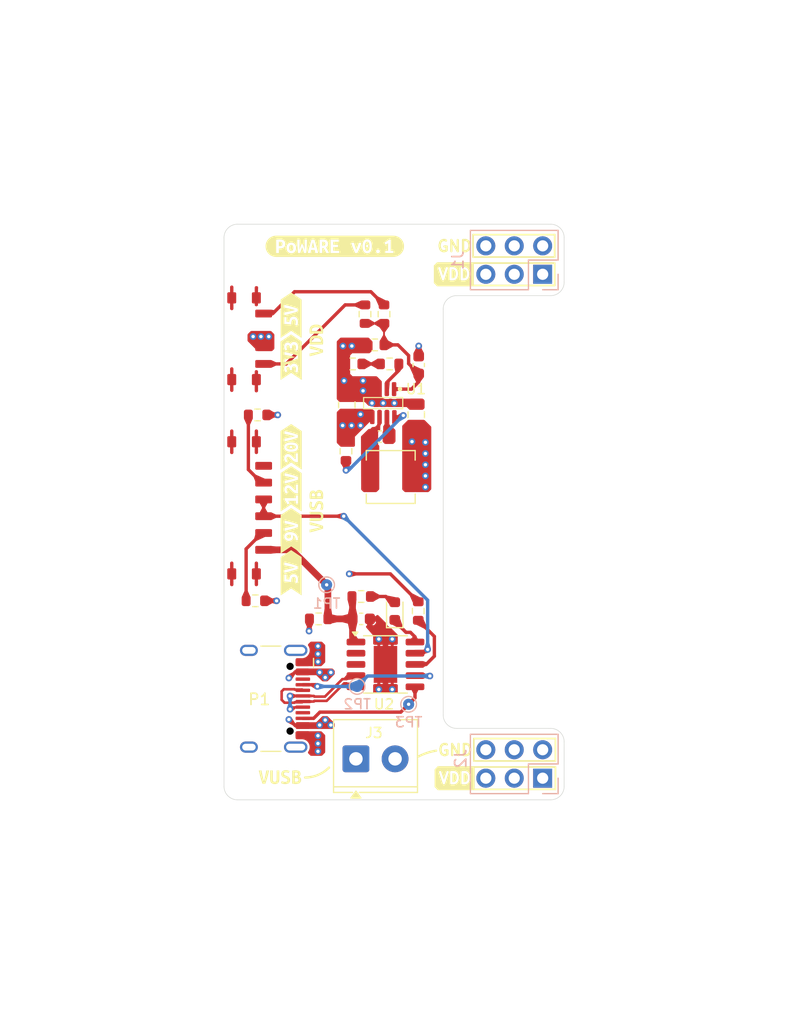
<source format=kicad_pcb>
(kicad_pcb (version 20241229) (generator "pcbnew") (generator_version "9.0")
  (title_block (title "HARDly AnyPower") (date "2025-07-22") (rev "v1.0") (company "by HARDlyWARE"))
  (layers (0 "F.Cu" signal) (4 "In1.Cu" signal "In1.Cu (GND)") (6 "In2.Cu" signal) (2 "B.Cu" signal) (13 "F.Paste" user) (15 "B.Paste" user) (5 "F.SilkS" user "F.Silkscreen") (7 "B.SilkS" user "B.Silkscreen") (1 "F.Mask" user) (3 "B.Mask" user) (25 "Edge.Cuts" user))
  (net 0 "")
  (net 1 "GND")
  (net 3 "VDD")
  (net 4 "/REG_BS")
  (net 5 "/REG_LX")
  (net 6 "VBUS")
  (net 7 "3V3{slash}5V")
  (net 8 "Net-(U1-FB)")
  (net 9 "/LED")
  (net 10 "/PG")
  (net 13 "/D-")
  (net 14 "/D+")
  (net 18 "/CC1")
  (net 19 "/CC2")
  (net 20 "/REG_EN")
  (net 21 "Net-(R2-Pad2)")
  (net 22 "/REG_FS")
  (net 23 "Net-(U2-VBUS)")
  (net 24 "Net-(SW1-C)")
  (net 25 "Net-(SW1-A)")
  (net 26 "/CFG_12V")
  (net 27 "/CFG_9V")
  (net 28 "/CFG1")
  (net 31 "unconnected-(SW1-Pad0)")
  (net 32 "unconnected-(SW1-Pad0)_1")
  (net 33 "unconnected-(SW1-Pad0)_2")
  (net 34 "unconnected-(SW1-Pad0)_3")
  (net 35 "unconnected-(SW2-Pad0)")
  (net 36 "unconnected-(SW2-Pad0)_1")
  (net 37 "unconnected-(SW2-Pad0)_2")
  (net 38 "unconnected-(SW2-Pad0)_3")
  (footprint "kibuzzard-68873D34" (layer "F.Cu") (at 108.6 125)
    (property "Reference" "kibuzzard-68873D34" (hide yes))
    (property "Value" "G***" (hide yes))
  )
  (footprint "Resistor_SMD:R_0603_1608Metric" (layer "F.Cu") (at 117.9 83.655 90)
    (property "Reference" "R8" (hide yes))
    (property "Value" "24k")
    (pad "1" smd roundrect (at -0.825 0 90) (size 0.8 0.95) (layers "F.Cu" "F.Mask" "F.Paste") (net 8 "Net-(U1-FB)"))
    (pad "2" smd roundrect (at 0.825 0 90) (size 0.8 0.95) (layers "F.Cu" "F.Mask" "F.Paste") (net 25 "Net-(SW1-A)"))
  )
  (footprint "Resistor_SMD:R_0603_1608Metric" (layer "F.Cu") (at 106.4 109.255)
    (property "Reference" "R11" (hide yes))
    (property "Value" "6k8")
    (pad "1" smd roundrect (at -0.825 0) (size 0.8 0.95) (layers "F.Cu" "F.Mask" "F.Paste") (net 27 "/CFG_9V"))
    (pad "2" smd roundrect (at 0.825 0) (size 0.8 0.95) (layers "F.Cu" "F.Mask" "F.Paste") (net 1 "GND"))
  )
  (footprint "kibuzzard-68873B2C" (layer "F.Cu") (at 109.6 106.75 90)
    (property "Reference" "kibuzzard-68873B2C" (hide yes))
    (property "Value" "G***" (hide yes))
  )
  (footprint "magnubgr_footprints:CH224K-SSOP-10-1EP" (layer "F.Cu") (at 118.03 114.935)
    (property "Reference" "U2" (at -0.13 3.56 0) (layer "F.SilkS") (effects (font (size 0.9 0.9) (thickness 0.14))))
    (property "Value" "CH224K" (hide yes))
    (pad "1" smd roundrect (at -2.6375 -2) (size 1.675 0.6) (layers "F.Cu" "F.Mask" "F.Paste") (net 3 "VDD"))
    (pad "2" smd roundrect (at -2.6375 -1) (size 1.675 0.6) (layers "F.Cu" "F.Mask" "F.Paste"))
    (pad "3" smd roundrect (at -2.6375 0) (size 1.675 0.6) (layers "F.Cu" "F.Mask" "F.Paste"))
    (pad "4" smd roundrect (at -2.6375 1) (size 1.675 0.6) (layers "F.Cu" "F.Mask" "F.Paste") (net 14 "/D+"))
    (pad "5" smd roundrect (at -2.6375 2) (size 1.675 0.6) (layers "F.Cu" "F.Mask" "F.Paste") (net 13 "/D-"))
    (pad "6" smd roundrect (at 2.6375 2) (size 1.675 0.6) (layers "F.Cu" "F.Mask" "F.Paste") (net 19 "/CC2"))
    (pad "7" smd roundrect (at 2.6375 1) (size 1.675 0.6) (layers "F.Cu" "F.Mask" "F.Paste") (net 18 "/CC1"))
    (pad "8" smd roundrect (at 2.6375 0) (size 1.675 0.6) (layers "F.Cu" "F.Mask" "F.Paste") (net 23 "Net-(U2-VBUS)"))
    (pad "9" smd roundrect (at 2.6375 -1) (size 1.675 0.6) (layers "F.Cu" "F.Mask" "F.Paste") (net 28 "/CFG1"))
    (pad "10" smd roundrect (at 2.6375 -2) (size 1.675 0.6) (layers "F.Cu" "F.Mask" "F.Paste") (net 10 "/PG"))
    (pad "11" smd rect (at 0 0) (size 2.1 3.3) (property pad_prop_heatsink) (layers "F.Cu" "F.Mask") (net 1 "GND"))
  )
  (footprint "Resistor_SMD:R_0603_1608Metric" (layer "F.Cu") (at 114.5 95.9 -90)
    (property "Reference" "R1" (hide yes))
    (property "Value" "15k")
    (pad "1" smd roundrect (at -0.825 0 270) (size 0.8 0.95) (layers "F.Cu" "F.Mask" "F.Paste") (net 6 "VBUS"))
    (pad "2" smd roundrect (at 0.825 0 270) (size 0.8 0.95) (layers "F.Cu" "F.Mask" "F.Paste") (net 20 "/REG_EN"))
  )
  (footprint "Resistor_SMD:R_0603_1608Metric" (layer "F.Cu") (at 120.96 110.17 -90)
    (property "Reference" "R4" (hide yes))
    (property "Value" "15k")
    (pad "1" smd roundrect (at -0.825 0 270) (size 0.8 0.95) (layers "F.Cu" "F.Mask" "F.Paste") (net 6 "VBUS"))
    (pad "2" smd roundrect (at 0.825 0 270) (size 0.8 0.95) (layers "F.Cu" "F.Mask" "F.Paste") (net 23 "Net-(U2-VBUS)"))
  )
  (footprint "magnubgr_footprints:SSSS811101" (layer "F.Cu") (at 105.39 85.85 -90)
    (property "Reference" "SW1" (hide yes))
    (property "Value" "SW_SPDT" (hide yes))
    (pad "" np_thru_hole circle (at -1.5 0 270) (size 0.9 0.9) (drill 0.9) (layers "F&B.Cu" "*.Mask"))
    (pad "" np_thru_hole circle (at 1.5 0 270) (size 0.9 0.9) (drill 0.9) (layers "F&B.Cu" "*.Mask"))
    (pad "0" smd roundrect (at -3.65 -1.1 270) (size 1 0.8) (layers "F.Cu" "F.Mask" "F.Paste") (roundrect_rratio 0.15) (net 32 "unconnected-(SW1-Pad0)_1"))
    (pad "0" smd roundrect (at -3.65 1.1 270) (size 1 0.8) (layers "F.Cu" "F.Mask" "F.Paste") (roundrect_rratio 0.15) (net 33 "unconnected-(SW1-Pad0)_2"))
    (pad "0" smd roundrect (at 3.65 -1.1 270) (size 1 0.8) (layers "F.Cu" "F.Mask" "F.Paste") (roundrect_rratio 0.15) (net 34 "unconnected-(SW1-Pad0)_3"))
    (pad "0" smd roundrect (at 3.65 1.1 270) (size 1 0.8) (layers "F.Cu" "F.Mask" "F.Paste") (roundrect_rratio 0.15) (net 31 "unconnected-(SW1-Pad0)"))
    (pad "1" smd roundrect (at -2.25 -1.75 270) (size 0.7 1.5) (layers "F.Cu" "F.Mask" "F.Paste") (roundrect_rratio 0.15) (net 25 "Net-(SW1-A)"))
    (pad "2" smd roundrect (at 0.75 -1.75 270) (size 0.7 1.5) (layers "F.Cu" "F.Mask" "F.Paste") (roundrect_rratio 0.15) (net 7 "3V3{slash}5V"))
    (pad "3" smd roundrect (at 2.25 -1.75 270) (size 0.7 1.5) (layers "F.Cu" "F.Mask" "F.Paste") (roundrect_rratio 0.15) (net 24 "Net-(SW1-C)"))
  )
  (footprint "Resistor_SMD:R_0603_1608Metric" (layer "F.Cu") (at 106.6 92.655)
    (property "Reference" "R10" (hide yes))
    (property "Value" "24k")
    (pad "1" smd roundrect (at -0.825 0) (size 0.8 0.95) (layers "F.Cu" "F.Mask" "F.Paste") (net 26 "/CFG_12V"))
    (pad "2" smd roundrect (at 0.825 0) (size 0.8 0.95) (layers "F.Cu" "F.Mask" "F.Paste") (net 1 "GND"))
  )
  (footprint "kibuzzard-68873AFF" (layer "F.Cu") (at 109.6 95.5 90)
    (property "Reference" "kibuzzard-68873AFF" (hide yes))
    (property "Value" "G***" (hide yes))
  )
  (footprint "Capacitor_SMD:C_0603_1608Metric" (layer "F.Cu") (at 121 88.2 90)
    (property "Reference" "C6" (hide yes))
    (property "Value" "10p")
    (pad "1" smd roundrect (at -0.775 0 90) (size 0.9 0.95) (layers "F.Cu" "F.Mask" "F.Paste") (net 8 "Net-(U1-FB)"))
    (pad "2" smd roundrect (at 0.775 0 90) (size 0.9 0.95) (layers "F.Cu" "F.Mask" "F.Paste") (net 7 "3V3{slash}5V"))
  )
  (footprint "kibuzzard-68873D34" (layer "F.Cu") (at 111.85 101.25 90)
    (property "Reference" "kibuzzard-68873D34" (hide yes))
    (property "Value" "G***" (hide yes))
  )
  (footprint "kibuzzard-68873B06" (layer "F.Cu") (at 109.6 87.5 90)
    (property "Reference" "kibuzzard-68873B06" (hide yes))
    (property "Value" "G***" (hide yes))
  )
  (footprint "magnubgr_footprints:SSSS812701" (layer "F.Cu") (at 105.39 100.95 -90)
    (property "Reference" "SW2" (hide yes))
    (property "Value" "SW_SP4T" (hide yes))
    (pad "" np_thru_hole circle (at -2.5 0 270) (size 0.9 0.9) (drill 0.9) (layers "F&B.Cu" "*.Mask"))
    (pad "" np_thru_hole circle (at 2.5 0 270) (size 0.9 0.9) (drill 0.9) (layers "F&B.Cu" "*.Mask"))
    (pad "0" smd roundrect (at -5.9 -1.1 270) (size 1 0.8) (layers "F.Cu" "F.Mask" "F.Paste") (roundrect_rratio 0.15) (net 36 "unconnected-(SW2-Pad0)_1"))
    (pad "0" smd roundrect (at -5.9 1.1 270) (size 1 0.8) (layers "F.Cu" "F.Mask" "F.Paste") (roundrect_rratio 0.15) (net 37 "unconnected-(SW2-Pad0)_2"))
    (pad "0" smd roundrect (at 5.9 -1.1 270) (size 1 0.8) (layers "F.Cu" "F.Mask" "F.Paste") (roundrect_rratio 0.15) (net 35 "unconnected-(SW2-Pad0)"))
    (pad "0" smd roundrect (at 5.9 1.1 270) (size 1 0.8) (layers "F.Cu" "F.Mask" "F.Paste") (roundrect_rratio 0.15) (net 38 "unconnected-(SW2-Pad0)_3"))
    (pad "1" smd roundrect (at -3.75 -1.75 270) (size 0.7 1.5) (layers "F.Cu" "F.Mask" "F.Paste") (roundrect_rratio 0.15))
    (pad "2" smd roundrect (at -2.25 -1.75 270) (size 0.7 1.5) (layers "F.Cu" "F.Mask" "F.Paste") (roundrect_rratio 0.15) (net 26 "/CFG_12V"))
    (pad "3" smd roundrect (at -0.75 -1.75 270) (size 0.7 1.5) (layers "F.Cu" "F.Mask" "F.Paste") (roundrect_rratio 0.15) (net 28 "/CFG1"))
    (pad "4" smd roundrect (at 0.75 -1.75 270) (size 0.7 1.5) (layers "F.Cu" "F.Mask" "F.Paste") (roundrect_rratio 0.15) (net 28 "/CFG1"))
    (pad "5" smd roundrect (at 2.25 -1.75 270) (size 0.7 1.5) (layers "F.Cu" "F.Mask" "F.Paste") (roundrect_rratio 0.15) (net 27 "/CFG_9V"))
    (pad "6" smd roundrect (at 3.75 -1.75 270) (size 0.7 1.5) (layers "F.Cu" "F.Mask" "F.Paste") (roundrect_rratio 0.15) (net 3 "VDD"))
  )
  (footprint "kibuzzard-68873B0E" (layer "F.Cu") (at 109.6 83.75 90)
    (property "Reference" "kibuzzard-68873B0E" (hide yes))
    (property "Value" "G***" (hide yes))
  )
  (footprint "Resistor_SMD:R_0603_1608Metric" (layer "F.Cu") (at 118.4 88.1 180)
    (property "Reference" "R2" (hide yes))
    (property "Value" "24k")
    (pad "1" smd roundrect (at -0.825 0 180) (size 0.8 0.95) (layers "F.Cu" "F.Mask" "F.Paste") (net 22 "/REG_FS"))
    (pad "2" smd roundrect (at 0.825 0 180) (size 0.8 0.95) (layers "F.Cu" "F.Mask" "F.Paste") (net 21 "Net-(R2-Pad2)"))
  )
  (footprint "kibuzzard-68873B1A" (layer "F.Cu") (at 109.6 99.25 90)
    (property "Reference" "kibuzzard-68873B1A" (hide yes))
    (property "Value" "G***" (hide yes))
  )
  (footprint "kibuzzard-68873B23" (layer "F.Cu") (at 109.6 103 90)
    (property "Reference" "kibuzzard-68873B23" (hide yes))
    (property "Value" "G***" (hide yes))
  )
  (footprint "kibuzzard-6887416B" (layer "F.Cu") (at 113.5 77.595)
    (property "Reference" "kibuzzard-6887416B" (hide yes))
    (property "Value" "G***" (hide yes))
  )
  (footprint "" (layer "F.Cu") (at 121.599967 77.126472)
    (property "Reference" "" (at 0 0 0) (layer "F.SilkS") (effects (font (size 1.27 1.27))))
    (property "Value" "")
    (pad "" np_thru_hole circle (at 0 0) (size 1.152 1.152) (drill 1.152) (layers "F&B.Cu" "*.Mask"))
  )
  (footprint "MountingHole:ToolingHole_1.152mm" (layer "F.Cu") (at 105.098528 125.526472)
    (property "Reference" "REF**" (hide yes))
    (property "Value" "ToolingHole_1.152mm" (hide yes))
    (pad "" np_thru_hole circle (at 0 0) (size 1.152 1.152) (drill 1.152) (layers "F&B.Cu" "*.Mask"))
    (zone (net 0) (net_name "") (layers "F.Cu" "B.Cu" "In1.Cu" "In2.Cu") (connect_pads (clearance 0)) (min_thickness 0.25)
      (keepout (tracks not_allowed) (vias allowed) (pads allowed) (copperpour not_allowed) (footprints not_allowed))
      (fill (thermal_gap 0.5) (thermal_bridge_width 0.5))
      (polygon (pts (xy 105.798528 125.526472) (xy 105.778187 125.358951) (xy 105.718347 125.201166) (xy 105.622486 125.062286) (xy 105.496173 124.950383) (xy 105.346751 124.871961) (xy 105.182904 124.831576) (xy 105.014152 124.831576) (xy 104.850305 124.871961) (xy 104.700883 124.950383) (xy 104.57457 125.062286) (xy 104.478709 125.201166) (xy 104.418869 125.358951) (xy 104.398528 125.526472) (xy 104.418869 125.693993) (xy 104.478709 125.851778) (xy 104.57457 125.990658) (xy 104.700883 126.102561) (xy 104.850305 126.180983) (xy 105.014152 126.221368) (xy 105.182904 126.221368) (xy 105.346751 126.180983) (xy 105.496173 126.102561) (xy 105.622486 125.990658) (xy 105.718347 125.851778) (xy 105.778187 125.693993)))
    )
  )
  (footprint "magnubgr_footprints:USB_C_Receptacle_HCTL_HC-TYPE-C-16P-01A" (layer "F.Cu") (at 106.9 118 -90)
    (property "Reference" "P1" (at 0.055 0.15 180) (layer "F.SilkS"))
    (property "Value" "USB_C_Plug_USB2.0" (hide yes))
    (pad "" np_thru_hole circle (at -2.89 -2.605 270) (size 0.65 0.65) (drill 0.65) (layers "*.Mask"))
    (pad "" np_thru_hole circle (at 2.89 -2.605 270) (size 0.65 0.65) (drill 0.65) (layers "*.Mask"))
    (pad "A1" smd roundrect (at -3.2 -3.745 270) (size 0.6 1.3) (layers "F.Cu" "F.Mask" "F.Paste") (net 1 "GND"))
    (pad "A4" smd roundrect (at -2.4 -3.745 270) (size 0.6 1.3) (layers "F.Cu" "F.Mask" "F.Paste") (net 6 "VBUS"))
    (pad "A5" smd roundrect (at -1.25 -3.745 270) (size 0.3 1.3) (layers "F.Cu" "F.Mask" "F.Paste") (net 18 "/CC1"))
    (pad "A6" smd roundrect (at -0.25 -3.745 270) (size 0.3 1.3) (layers "F.Cu" "F.Mask" "F.Paste") (net 14 "/D+"))
    (pad "A7" smd roundrect (at 0.25 -3.745 270) (size 0.3 1.3) (layers "F.Cu" "F.Mask" "F.Paste") (net 13 "/D-"))
    (pad "A8" smd roundrect (at 1.25 -3.745 270) (size 0.3 1.3) (layers "F.Cu" "F.Mask" "F.Paste"))
    (pad "A9" smd roundrect (at 2.4 -3.745 270) (size 0.6 1.3) (layers "F.Cu" "F.Mask" "F.Paste") (net 6 "VBUS"))
    (pad "A12" smd roundrect (at 3.2 -3.745 270) (size 0.6 1.3) (layers "F.Cu" "F.Mask" "F.Paste") (net 1 "GND"))
    (pad "B1" smd roundrect (at 3.2 -3.745 270) (size 0.6 1.3) (layers "F.Cu" "F.Mask" "F.Paste") (net 1 "GND"))
    (pad "B4" smd roundrect (at 2.4 -3.745 270) (size 0.6 1.3) (layers "F.Cu" "F.Mask" "F.Paste") (net 6 "VBUS"))
    (pad "B5" smd roundrect (at 1.75 -3.745 270) (size 0.3 1.3) (layers "F.Cu" "F.Mask" "F.Paste") (net 19 "/CC2"))
    (pad "B6" smd roundrect (at 0.75 -3.745 270) (size 0.3 1.3) (layers "F.Cu" "F.Mask" "F.Paste") (net 14 "/D+"))
    (pad "B7" smd roundrect (at -0.75 -3.745 270) (size 0.3 1.3) (layers "F.Cu" "F.Mask" "F.Paste") (net 13 "/D-"))
    (pad "B8" smd roundrect (at -1.75 -3.745 270) (size 0.3 1.3) (layers "F.Cu" "F.Mask" "F.Paste"))
    (pad "B9" smd roundrect (at -2.4 -3.745 270) (size 0.6 1.3) (layers "F.Cu" "F.Mask" "F.Paste") (net 6 "VBUS"))
    (pad "B12" smd roundrect (at -3.2 -3.745 270) (size 0.6 1.3) (layers "F.Cu" "F.Mask" "F.Paste") (net 1 "GND"))
    (pad "S1" thru_hole oval (at -4.32 -3.105 270) (size 1 2.1) (drill oval 0.6 1.7) (property pad_prop_heatsink) (layers "*.Cu" "*.Mask"))
    (pad "S1" thru_hole oval (at -4.32 1.075 270) (size 1 1.6) (drill oval 0.6 1.2) (property pad_prop_heatsink) (layers "*.Cu" "*.Mask"))
    (pad "S1" thru_hole oval (at 4.32 -3.105 270) (size 1 2.1) (drill oval 0.6 1.7) (property pad_prop_heatsink) (layers "*.Cu" "*.Mask"))
    (pad "S1" thru_hole oval (at 4.32 1.075 270) (size 1 1.6) (drill oval 0.6 1.2) (property pad_prop_heatsink) (layers "*.Cu" "*.Mask"))
  )
  (footprint "magnubgr_footprints:SY8303AIC" (layer "F.Cu") (at 117.825 91.6 90)
    (property "Reference" "U1" (at 1.255 2.925 0) (layer "F.SilkS") (effects (font (size 0.9 0.9) (thickness 0.14))))
    (property "Value" "SY8303AIC" (hide yes))
    (pad "1" smd roundrect (at 1.25 0.975 90) (size 1.25 0.4) (layers "F.Cu" "F.Mask" "F.Paste") (net 8 "Net-(U1-FB)"))
    (pad "2" smd roundrect (at 1.25 0.325 90) (size 1.25 0.4) (layers "F.Cu" "F.Mask" "F.Paste") (net 22 "/REG_FS"))
    (pad "3" smd roundrect (at 1.25 -0.325 90) (size 1.25 0.4) (layers "F.Cu" "F.Mask" "F.Paste") (net 1 "GND"))
    (pad "4" smd roundrect (at 1.25 -0.975 90) (size 1.25 0.4) (layers "F.Cu" "F.Mask" "F.Paste") (net 1 "GND"))
    (pad "5" smd roundrect (at -1.25 -0.975 90) (size 1.25 0.4) (layers "F.Cu" "F.Mask" "F.Paste") (net 6 "VBUS"))
    (pad "6" smd roundrect (at -1.25 -0.325 90) (size 1.25 0.4) (layers "F.Cu" "F.Mask" "F.Paste") (net 5 "/REG_LX"))
    (pad "7" smd roundrect (at -1.25 0.325 90) (size 1.25 0.4) (layers "F.Cu" "F.Mask" "F.Paste") (net 4 "/REG_BS"))
    (pad "8" smd roundrect (at -1.25 1 90) (size 1.25 0.4) (layers "F.Cu" "F.Mask" "F.Paste") (net 20 "/REG_EN"))
  )
  (footprint "Resistor_SMD:R_0603_1608Metric" (layer "F.Cu") (at 117.075 86.4 180)
    (property "Reference" "R6" (hide yes))
    (property "Value" "3k3")
    (pad "1" smd roundrect (at -0.825 0 180) (size 0.8 0.95) (layers "F.Cu" "F.Mask" "F.Paste") (net 8 "Net-(U1-FB)"))
    (pad "2" smd roundrect (at 0.825 0 180) (size 0.8 0.95) (layers "F.Cu" "F.Mask" "F.Paste") (net 1 "GND"))
  )
  (footprint "Resistor_SMD:R_0603_1608Metric" (layer "F.Cu") (at 115.86 108.87)
    (property "Reference" "R7" (hide yes))
    (property "Value" "1k")
    (pad "1" smd roundrect (at -0.825 0) (size 0.8 0.95) (layers "F.Cu" "F.Mask" "F.Paste") (net 3 "VDD"))
    (pad "2" smd roundrect (at 0.825 0) (size 0.8 0.95) (layers "F.Cu" "F.Mask" "F.Paste") (net 9 "/LED"))
  )
  (footprint "Capacitor_SMD:C_0805_2012Metric" (layer "F.Cu") (at 114.575 91.7525 90)
    (property "Reference" "C1" (hide yes))
    (property "Value" "4u7")
    (pad "1" smd roundrect (at -0.95 0 90) (size 1 1.45) (layers "F.Cu" "F.Mask" "F.Paste") (net 6 "VBUS"))
    (pad "2" smd roundrect (at 0.95 0 90) (size 1 1.45) (layers "F.Cu" "F.Mask" "F.Paste") (net 1 "GND"))
  )
  (footprint "Resistor_SMD:R_0603_1608Metric" (layer "F.Cu") (at 112.06 110.87)
    (property "Reference" "R5" (hide yes))
    (property "Value" "1k")
    (pad "1" smd roundrect (at -0.825 0) (size 0.8 0.95) (layers "F.Cu" "F.Mask" "F.Paste") (net 6 "VBUS"))
    (pad "2" smd roundrect (at 0.825 0) (size 0.8 0.95) (layers "F.Cu" "F.Mask" "F.Paste") (net 3 "VDD"))
  )
  (footprint "Capacitor_SMD:C_0603_1608Metric" (layer "F.Cu") (at 117.53 94.59 180)
    (property "Reference" "C2" (hide yes))
    (property "Value" "100n")
    (pad "1" smd roundrect (at -0.775 0 180) (size 0.9 0.95) (layers "F.Cu" "F.Mask" "F.Paste") (net 4 "/REG_BS"))
    (pad "2" smd roundrect (at 0.775 0 180) (size 0.9 0.95) (layers "F.Cu" "F.Mask" "F.Paste") (net 5 "/REG_LX"))
  )
  (footprint "" (layer "F.Cu") (at 105.099967 77.126472)
    (property "Reference" "" (at 0 0 0) (layer "F.SilkS") (effects (font (size 1.27 1.27))))
    (property "Value" "")
    (pad "" np_thru_hole circle (at 0 0) (size 1.152 1.152) (drill 1.152) (layers "F&B.Cu" "*.Mask"))
  )
  (footprint "Capacitor_SMD:C_0805_2012Metric" (layer "F.Cu") (at 120.78 92.64 90)
    (property "Reference" "C4" (hide yes))
    (property "Value" "10u")
    (pad "1" smd roundrect (at -0.95 0 90) (size 1 1.45) (layers "F.Cu" "F.Mask" "F.Paste") (net 7 "3V3{slash}5V"))
    (pad "2" smd roundrect (at 0.95 0 90) (size 1 1.45) (layers "F.Cu" "F.Mask" "F.Paste") (net 1 "GND"))
  )
  (footprint "kibuzzard-68873D2B" (layer "F.Cu") (at 111.85 86 90)
    (property "Reference" "kibuzzard-68873D2B" (hide yes))
    (property "Value" "G***" (hide yes))
  )
  (footprint "magnubgr_footprints:FXL0420-1R5-M" (layer "F.Cu") (at 118.5 98.2)
    (property "Reference" "L1" (hide yes))
    (property "Value" "1u5")
    (pad "1" smd roundrect (at -1.85 0) (size 1.5 2.5) (layers "F.Cu" "F.Mask" "F.Paste") (roundrect_rratio 0.166667) (net 5 "/REG_LX"))
    (pad "2" smd roundrect (at 1.85 0) (size 1.5 2.5) (layers "F.Cu" "F.Mask" "F.Paste") (roundrect_rratio 0.166667) (net 7 "3V3{slash}5V"))
  )
  (footprint "Capacitor_SMD:C_0603_1608Metric" (layer "F.Cu") (at 115.86 110.87)
    (property "Reference" "C5" (hide yes))
    (property "Value" "1u")
    (pad "1" smd roundrect (at -0.775 0) (size 0.9 0.95) (layers "F.Cu" "F.Mask" "F.Paste") (net 3 "VDD"))
    (pad "2" smd roundrect (at 0.775 0) (size 0.9 0.95) (layers "F.Cu" "F.Mask" "F.Paste") (net 1 "GND"))
  )
  (footprint "Resistor_SMD:R_0603_1608Metric" (layer "F.Cu") (at 116.2 83.655 90)
    (property "Reference" "R9" (hide yes))
    (property "Value" "15k")
    (pad "1" smd roundrect (at -0.825 0 90) (size 0.8 0.95) (layers "F.Cu" "F.Mask" "F.Paste") (net 8 "Net-(U1-FB)"))
    (pad "2" smd roundrect (at 0.825 0 90) (size 0.8 0.95) (layers "F.Cu" "F.Mask" "F.Paste") (net 24 "Net-(SW1-C)"))
  )
  (footprint "LED_SMD:LED_0603_1608Metric" (layer "F.Cu") (at 118.86 110.17 90)
    (property "Reference" "D1" (hide yes))
    (property "Value" "LED")
    (pad "1" smd roundrect (at -0.7875 0 90) (size 0.875 0.95) (layers "F.Cu" "F.Mask" "F.Paste") (net 10 "/PG"))
    (pad "2" smd roundrect (at 0.7875 0 90) (size 0.875 0.95) (layers "F.Cu" "F.Mask" "F.Paste") (net 9 "/LED"))
  )
  (footprint "magnubgr_footprints:DB301V-3.5-2P-GN-S" (layer "F.Cu") (at 115.39 123.3675)
    (property "Reference" "J3" (at 1.61 -2.3125 180) (layer "F.SilkS") (effects (font (size 0.9 0.9) (thickness 0.14))))
    (property "Value" "Screw_Terminal_01x02" (hide yes))
    (pad "1" thru_hole roundrect (at 0 0) (size 2.4 2.4) (drill 1.2) (layers "*.Cu" "*.Mask") (roundrect_rratio 0.104167) (net 6 "VBUS"))
    (pad "2" thru_hole circle (at 3.5 0) (size 2.4 2.4) (drill 1.2) (layers "*.Cu" "*.Mask") (net 1 "GND"))
  )
  (footprint "Resistor_SMD:R_0603_1608Metric" (layer "F.Cu") (at 115.1 88.1 180)
    (property "Reference" "R3" (hide yes))
    (property "Value" "24k")
    (pad "1" smd roundrect (at -0.825 0 180) (size 0.8 0.95) (layers "F.Cu" "F.Mask" "F.Paste") (net 21 "Net-(R2-Pad2)"))
    (pad "2" smd roundrect (at 0.825 0 180) (size 0.8 0.95) (layers "F.Cu" "F.Mask" "F.Paste") (net 1 "GND"))
  )
  (footprint "Connector_PinHeader_2.54mm:PinHeader_2x03_P2.54mm_Vertical" (layer "B.Cu") (at 132.08 125.095 90)
    (property "Reference" "J2" (at 1.75 -7.33 90) (layer "B.SilkS") (effects (justify mirror)))
    (property "Value" "Conn_02x03_Counter_Clockwise" (hide yes))
    (pad "1" thru_hole rect (at 0 0 90) (size 1.7 1.7) (drill 1) (layers "*.Cu" "*.Mask") (net 7 "3V3{slash}5V"))
    (pad "2" thru_hole circle (at 2.54 0 90) (size 1.7 1.7) (drill 1) (layers "*.Cu" "*.Mask") (net 1 "GND"))
    (pad "3" thru_hole circle (at 0 -2.54 90) (size 1.7 1.7) (drill 1) (layers "*.Cu" "*.Mask") (net 7 "3V3{slash}5V"))
    (pad "4" thru_hole circle (at 2.54 -2.54 90) (size 1.7 1.7) (drill 1) (layers "*.Cu" "*.Mask") (net 1 "GND"))
    (pad "5" thru_hole circle (at 0 -5.08 90) (size 1.7 1.7) (drill 1) (layers "*.Cu" "*.Mask") (net 7 "3V3{slash}5V"))
    (pad "6" thru_hole circle (at 2.54 -5.08 90) (size 1.7 1.7) (drill 1) (layers "*.Cu" "*.Mask") (net 1 "GND"))
  )
  (footprint "TestPoint:TestPoint_Pad_D1.0mm" (layer "B.Cu") (at 120.1 118.495 180)
    (property "Reference" "TP3" (at 0 -1.6 0) (layer "B.SilkS") (effects (font (size 0.9 0.9) (thickness 0.14)) (justify mirror)))
    (property "Value" "TestPoint")
    (pad "1" smd circle (at 0 0 180) (size 1 1) (layers "B.Cu" "B.Mask") (net 19 "/CC2"))
  )
  (footprint "TestPoint:TestPoint_Pad_D1.0mm" (layer "B.Cu") (at 115.5 116.9 180)
    (property "Reference" "TP2" (at 0 -1.595 0) (layer "B.SilkS") (effects (font (size 0.9 0.9) (thickness 0.14)) (justify mirror)))
    (property "Value" "TestPoint")
    (pad "1" smd circle (at 0 0 180) (size 1 1) (layers "B.Cu" "B.Mask") (net 18 "/CC1"))
  )
  (footprint "Connector_PinHeader_2.54mm:PinHeader_2x03_P2.54mm_Vertical" (layer "B.Cu") (at 132.08 80.095 90)
    (property "Reference" "J1" (at 1.25 -7.58 90) (layer "B.SilkS") (effects (justify mirror)))
    (property "Value" "Conn_02x03_Counter_Clockwise" (hide yes))
    (pad "1" thru_hole rect (at 0 0 90) (size 1.7 1.7) (drill 1) (layers "*.Cu" "*.Mask") (net 7 "3V3{slash}5V"))
    (pad "2" thru_hole circle (at 2.54 0 90) (size 1.7 1.7) (drill 1) (layers "*.Cu" "*.Mask") (net 1 "GND"))
    (pad "3" thru_hole circle (at 0 -2.54 90) (size 1.7 1.7) (drill 1) (layers "*.Cu" "*.Mask") (net 7 "3V3{slash}5V"))
    (pad "4" thru_hole circle (at 2.54 -2.54 90) (size 1.7 1.7) (drill 1) (layers "*.Cu" "*.Mask") (net 1 "GND"))
    (pad "5" thru_hole circle (at 0 -5.08 90) (size 1.7 1.7) (drill 1) (layers "*.Cu" "*.Mask") (net 7 "3V3{slash}5V"))
    (pad "6" thru_hole circle (at 2.54 -5.08 90) (size 1.7 1.7) (drill 1) (layers "*.Cu" "*.Mask") (net 1 "GND"))
  )
  (footprint "TestPoint:TestPoint_Pad_D1.0mm" (layer "B.Cu") (at 112.77 107.825 180)
    (property "Reference" "TP1" (at 0 -1.67 0) (layer "B.SilkS") (effects (font (size 0.9 0.9) (thickness 0.14)) (justify mirror)))
    (property "Value" "TestPoint")
    (pad "1" smd circle (at 0 0 180) (size 1 1) (layers "B.Cu" "B.Mask") (net 3 "VDD"))
  )
  (gr_line (start 122.75 124.095) (end 133.223 124.095) (stroke (width 0.15)) (layer "F.SilkS"))
  (gr_arc (start 121 123.150172) (mid 121.756996 122.83259) (end 122.555 122.64) (stroke (width 0.2)) (layer "F.SilkS"))
  (gr_line (start 133.223 124.095) (end 133.223 126.095) (stroke (width 0.15)) (layer "F.SilkS"))
  (gr_line (start 122.680233 79.094287) (end 133.153233 79.094287) (stroke (width 0.15)) (layer "F.SilkS"))
  (gr_line (start 133.153233 78.554287) (end 125.857 78.555) (stroke (width 0.15)) (layer "F.SilkS"))
  (gr_line (start 125.857 78.555) (end 125.857 76.555) (stroke (width 0.15)) (layer "F.SilkS"))
  (gr_line (start 125.926767 121.555713) (end 133.223 121.555) (stroke (width 0.15)) (layer "F.SilkS"))
  (gr_arc (start 112.981054 124.149481) (mid 112 124.805) (end 110.842768 125.035188) (stroke (width 0.2)) (layer "F.SilkS"))
  (gr_line (start 122.430233 79.344287) (end 122.680233 79.094287) (stroke (width 0.15)) (layer "F.SilkS"))
  (gr_line (start 122.430233 80.844287) (end 122.430233 79.344287) (stroke (width 0.15)) (layer "F.SilkS"))
  (gr_line (start 133.223 123.555) (end 125.926767 123.555713) (stroke (width 0.15)) (layer "F.SilkS"))
  (gr_line (start 133.153233 79.094287) (end 133.153233 81.094287) (stroke (width 0.15)) (layer "F.SilkS"))
  (gr_line (start 122.74 126.095) (end 122.5 125.845) (stroke (width 0.15)) (layer "F.SilkS"))
  (gr_line (start 122.670233 81.094287) (end 122.430233 80.844287) (stroke (width 0.15)) (layer "F.SilkS"))
  (gr_line (start 133.223 121.555) (end 133.223 123.555) (stroke (width 0.15)) (layer "F.SilkS"))
  (gr_line (start 122.5 125.845) (end 122.5 124.345) (stroke (width 0.15)) (layer "F.SilkS"))
  (gr_line (start 133.153233 81.094287) (end 122.680233 81.094287) (stroke (width 0.15)) (layer "F.SilkS"))
  (gr_line (start 133.153233 76.554287) (end 133.153233 78.554287) (stroke (width 0.15)) (layer "F.SilkS"))
  (gr_line (start 133.223 126.095) (end 122.75 126.095) (stroke (width 0.15)) (layer "F.SilkS"))
  (gr_line (start 125.857 76.555) (end 133.153233 76.554287) (stroke (width 0.15)) (layer "F.SilkS"))
  (gr_line (start 125.926767 123.555713) (end 125.926767 121.555713) (stroke (width 0.15)) (layer "F.SilkS"))
  (gr_line (start 122.5 124.345) (end 122.75 124.095) (stroke (width 0.15)) (layer "F.SilkS"))
  (gr_line (start 132.801472 120.65) (end 124.39 120.65) (stroke (width 0.05)) (layer "Edge.Cuts"))
  (gr_arc (start 134.001472 125.826472) (mid 133.65 126.675) (end 132.801472 127.026472) (stroke (width 0.05)) (layer "Edge.Cuts"))
  (gr_arc (start 132.801472 75.623528) (mid 133.65 75.975) (end 134.001472 76.823528) (stroke (width 0.05)) (layer "Edge.Cuts"))
  (gr_arc (start 104.798528 127.026472) (mid 103.95 126.675) (end 103.598528 125.826472) (stroke (width 0.05)) (layer "Edge.Cuts"))
  (gr_line (start 134.001472 80.801472) (end 134.001472 76.823528) (stroke (width 0.05)) (layer "Edge.Cuts"))
  (gr_arc (start 103.598528 76.823528) (mid 103.95 75.975) (end 104.798528 75.623528) (stroke (width 0.05)) (layer "Edge.Cuts"))
  (gr_line (start 132.8015 127.026472) (end 104.7985 127.026472) (stroke (width 0.05)) (layer "Edge.Cuts"))
  (gr_line (start 103.598528 125.826472) (end 103.599965 76.823528) (stroke (width 0.05)) (layer "Edge.Cuts"))
  (gr_line (start 104.7985 75.623528) (end 132.801472 75.62494) (stroke (width 0.05)) (layer "Edge.Cuts"))
  (gr_line (start 124.39 82) (end 132.801472 82) (stroke (width 0.05)) (layer "Edge.Cuts"))
  (gr_arc (start 134.001472 80.801472) (mid 133.65 81.65) (end 132.801472 82.001472) (stroke (width 0.05)) (layer "Edge.Cuts"))
  (gr_arc (start 132.801472 120.648528) (mid 133.65 121) (end 134.001472 121.848528) (stroke (width 0.05)) (layer "Edge.Cuts"))
  (gr_line (start 123.19 119.45) (end 123.19 83.2) (stroke (width 0.05)) (layer "Edge.Cuts"))
  (gr_arc (start 124.39 120.65) (mid 123.541472 120.298528) (end 123.19 119.45) (stroke (width 0.05)) (layer "Edge.Cuts"))
  (gr_line (start 134.000341 125.826472) (end 134.001472 121.8485) (stroke (width 0.05)) (layer "Edge.Cuts"))
  (gr_arc (start 123.19 83.2) (mid 123.541472 82.351472) (end 124.39 82) (stroke (width 0.05)) (layer "Edge.Cuts"))
  (gr_text "GND" (at 122.549751 78.16804 0) (layer "F.SilkS") (effects (font (size 1 1) (thickness 0.2) (bold yes)) (justify left bottom)))
  (gr_text "VDD" (at 124.180233 80.094287 0) (layer "F.SilkS" knockout) (effects (font (size 1 1) (thickness 0.2) (bold yes))))
  (gr_text "VDD" (at 124.25 125.095 0) (layer "F.SilkS" knockout) (effects (font (size 1 1) (thickness 0.2) (bold yes))))
  (gr_text "GND" (at 122.619518 123.168753 0) (layer "F.SilkS") (effects (font (size 1 1) (thickness 0.2) (bold yes)) (justify left bottom)))
  (segment (start 118.635 112.67) (end 118.635 114.33) (width 0.23) (layer "F.Cu") (net 1))
  (segment (start 117.435 115.53) (end 118.03 114.935) (width 0.23) (layer "F.Cu") (net 1))
  (segment (start 107.425 92.655) (end 108.4 92.655) (width 0.3) (layer "F.Cu") (net 1))
  (segment (start 118.635 115.54) (end 118.03 114.935) (width 0.23) (layer "F.Cu") (net 1))
  (segment (start 118.635 114.33) (end 118.03 114.935) (width 0.23) (layer "F.Cu") (net 1))
  (segment (start 118.635 117.17) (end 118.635 115.54) (width 0.23) (layer "F.Cu") (net 1))
  (segment (start 117.435 117.17) (end 117.435 115.53) (width 0.23) (layer "F.Cu") (net 1))
  (segment (start 107.225 109.255) (end 108.3 109.255) (width 0.3) (layer "F.Cu") (net 1))
  (segment (start 117.435 112.67) (end 117.435 114.34) (width 0.23) (layer "F.Cu") (net 1))
  (segment (start 117.435 114.34) (end 118.03 114.935) (width 0.23) (layer "F.Cu") (net 1))
  (via (at 111.995 114.7) (size 0.6) (drill 0.3) (layers "F.Cu" "B.Cu") (net 1))
  (via (at 114.325 89.6) (size 0.6) (drill 0.3) (layers "F.Cu" "B.Cu") (net 1))
  (via (at 111.995 122.7) (size 0.6) (drill 0.3) (layers "F.Cu" "B.Cu") (net 1))
  (via (at 116.025 90.5) (size 0.6) (drill 0.3) (layers "F.Cu" "B.Cu") (net 1))
  (via (at 116.825 91.6) (size 0.6) (drill 0.3) (layers "F.Cu" "B.Cu") (net 1))
  (via (at 115.025 86.5) (size 0.6) (drill 0.3) (layers "F.Cu" "B.Cu") (net 1))
  (via (at 118.825 91.6) (size 0.6) (drill 0.3) (layers "F.Cu" "B.Cu") (net 1))
  (via (at 111.995 122) (size 0.6) (drill 0.3) (layers "F.Cu" "B.Cu") (net 1))
  (via (at 118.635 112.67) (size 0.6) (drill 0.3) (layers "F.Cu" "B.Cu") (net 1))
  (via (at 117.825 91.6) (size 0.6) (drill 0.3) (layers "F.Cu" "B.Cu") (net 1))
  (via (at 118.635 117.17) (size 0.6) (drill 0.3) (layers "F.Cu" "B.Cu") (net 1))
  (via (at 108.4 92.655) (size 0.6) (drill 0.3) (layers "F.Cu" "B.Cu") (net 1))
  (via (at 114.225 86.5) (size 0.6) (drill 0.3) (layers "F.Cu" "B.Cu") (net 1))
  (via (at 111.995 113.3) (size 0.6) (drill 0.3) (layers "F.Cu" "B.Cu") (net 1))
  (via (at 117.435 112.67) (size 0.6) (drill 0.3) (layers "F.Cu" "B.Cu") (net 1))
  (via (at 111.995 114) (size 0.6) (drill 0.3) (layers "F.Cu" "B.Cu") (net 1))
  (via (at 111.995 121.3) (size 0.6) (drill 0.3) (layers "F.Cu" "B.Cu") (net 1))
  (via (at 108.3 109.255) (size 0.6) (drill 0.3) (layers "F.Cu" "B.Cu") (net 1))
  (via (at 117.435 117.17) (size 0.6) (drill 0.3) (layers "F.Cu" "B.Cu") (net 1))
  (via (at 116.025 89.6) (size 0.6) (drill 0.3) (layers "F.Cu" "B.Cu") (net 1))
  (segment (start 112.885 107.94) (end 112.885 110.87) (width 0.6) (layer "F.Cu") (net 3))
  (segment (start 109.645 104.7) (end 112.7725 107.8275) (width 0.6) (layer "F.Cu") (net 3))
  (segment (start 115.085 108.92) (end 115.035 108.87) (width 0.5) (layer "F.Cu") (net 3))
  (segment (start 112.7725 107.8275) (end 112.885 107.94) (width 0.6) (layer "F.Cu") (net 3))
  (segment (start 115.085 110.87) (end 112.885 110.87) (width 0.6) (layer "F.Cu") (net 3))
  (segment (start 107.14 104.7) (end 109.645 104.7) (width 0.6) (layer "F.Cu") (net 3))
  (segment (start 115.5 112.955) (end 115.085 112.54) (width 0.5) (layer "F.Cu") (net 3))
  (segment (start 115.085 112.54) (end 115.085 110.87) (width 0.6) (layer "F.Cu") (net 3))
  (segment (start 115.3925 112.935) (end 115.48 112.935) (width 0.16) (layer "F.Cu") (net 3))
  (segment (start 115.48 112.935) (end 115.5 112.955) (width 0.16) (layer "F.Cu") (net 3))
  (segment (start 115.085 110.87) (end 115.085 108.92) (width 0.6) (layer "F.Cu") (net 3))
  (via (at 112.7725 107.8275) (size 0.6) (drill 0.3) (layers "F.Cu" "B.Cu") (net 3))
  (segment (start 109.421008 119.85) (end 109.395 119.85) (width 0.3) (layer "F.Cu") (net 6))
  (segment (start 110.645 120.4) (end 109.971008 120.4) (width 0.3) (layer "F.Cu") (net 6))
  (segment (start 110.645 115.6) (end 109.971008 115.6) (width 0.3) (layer "F.Cu") (net 6))
  (segment (start 118.463872 106.848872) (end 120.96 109.345) (width 0.3) (layer "F.Cu") (net 6))
  (segment (start 114.791298 106.848872) (end 118.463872 106.848872) (width 0.3) (layer "F.Cu") (net 6))
  (segment (start 111.235 110.87) (end 111.235 111.92) (width 0.3) (layer "F.Cu") (net 6))
  (segment (start 109.971008 120.4) (end 109.421008 119.85) (width 0.3) (layer "F.Cu") (net 6))
  (segment (start 109.971008 115.6) (end 109.421008 116.15) (width 0.3) (layer "F.Cu") (net 6))
  (segment (start 111.235 111.92) (end 111.2 111.955) (width 0.16) (layer "F.Cu") (net 6))
  (segment (start 109.421008 116.15) (end 109.395 116.15) (width 0.3) (layer "F.Cu") (net 6))
  (via (at 109.395 119.85) (size 0.6) (drill 0.3) (layers "F.Cu" "B.Cu") (net 6))
  (via (at 113.145 120.35) (size 0.6) (drill 0.3) (layers "F.Cu" "B.Cu") (net 6))
  (via (at 112.145 120.35) (size 0.6) (drill 0.3) (layers "F.Cu" "B.Cu") (net 6))
  (via (at 112.645 116.1) (size 0.6) (drill 0.3) (layers "F.Cu" "B.Cu") (net 6))
  (via (at 112.145 115.65) (size 0.6) (drill 0.3) (layers "F.Cu" "B.Cu") (net 6))
  (via (at 114.791298 106.848872) (size 0.6) (drill 0.3) (layers "F.Cu" "B.Cu") (net 6))
  (via (at 109.395 116.15) (size 0.6) (drill 0.3) (layers "F.Cu" "B.Cu") (net 6))
  (via (at 113.145 115.65) (size 0.6) (drill 0.3) (layers "F.Cu" "B.Cu") (net 6))
  (via (at 112.645 119.9) (size 0.6) (drill 0.3) (layers "F.Cu" "B.Cu") (net 6))
  (via (at 115.8 93.6) (size 0.6) (drill 0.3) (layers "F.Cu" "B.Cu") (net 6))
  (via (at 111.2 111.955) (size 0.6) (drill 0.3) (layers "F.Cu" "B.Cu") (net 6))
  (via (at 115 93.6) (size 0.6) (drill 0.3) (layers "F.Cu" "B.Cu") (net 6))
  (via (at 114.2 93.6) (size 0.6) (drill 0.3) (layers "F.Cu" "B.Cu") (net 6))
  (via (at 115.8 92.6) (size 0.6) (drill 0.3) (layers "F.Cu" "B.Cu") (net 6))
  (segment (start 107.14 86.6) (end 107.14 86.595) (width 0.16) (layer "F.Cu") (net 7))
  (segment (start 121 86.495) (end 121 87.425) (width 0.3) (layer "F.Cu") (net 7))
  (via (at 121.6 98.1) (size 0.6) (drill 0.3) (layers "F.Cu" "B.Cu") (net 7))
  (via (at 120.4 95.04) (size 0.6) (drill 0.3) (layers "F.Cu" "B.Cu") (net 7))
  (via (at 106.9 85.655) (size 0.6) (drill 0.3) (layers "F.Cu" "B.Cu") (net 7))
  (via (at 121.6 96.1) (size 0.6) (drill 0.3) (layers "F.Cu" "B.Cu") (net 7))
  (via (at 121.6 99.1) (size 0.6) (drill 0.3) (layers "F.Cu" "B.Cu") (net 7))
  (via (at 107.6 85.655) (size 0.6) (drill 0.3) (layers "F.Cu" "B.Cu") (net 7))
  (via (at 106.2 85.655) (size 0.6) (drill 0.3) (layers "F.Cu" "B.Cu") (net 7))
  (via (at 121.6 97.1) (size 0.6) (drill 0.3) (layers "F.Cu" "B.Cu") (net 7))
  (via (at 121 86.495) (size 0.6) (drill 0.3) (layers "F.Cu" "B.Cu") (net 7))
  (via (at 121.6 95.1) (size 0.6) (drill 0.3) (layers "F.Cu" "B.Cu") (net 7))
  (segment (start 119.145 86.4) (end 120.1 87.355) (width 0.3) (layer "F.Cu") (net 8))
  (segment (start 121 89.7) (end 121 88.975) (width 0.3) (layer "F.Cu") (net 8))
  (segment (start 118.8 90.35) (end 120.35 90.35) (width 0.3) (layer "F.Cu") (net 8))
  (segment (start 120.1 87.355) (end 120.1 88.075) (width 0.3) (layer "F.Cu") (net 8))
  (segment (start 117.9 84.48) (end 117.9 86.4) (width 0.16) (layer "F.Cu") (net 8))
  (segment (start 120.1 88.075) (end 121 88.975) (width 0.3) (layer "F.Cu") (net 8))
  (segment (start 117.9 86.4) (end 119.145 86.4) (width 0.3) (layer "F.Cu") (net 8))
  (segment (start 120.35 90.35) (end 121 89.7) (width 0.3) (layer "F.Cu") (net 8))
  (segment (start 116.2 84.48) (end 117.9 84.48) (width 0.16) (layer "F.Cu") (net 8))
  (segment (start 118.5725 109.3825) (end 118.06 108.87) (width 0.3) (layer "F.Cu") (net 9))
  (segment (start 118.06 108.87) (end 116.685 108.87) (width 0.3) (layer "F.Cu") (net 9))
  (segment (start 118.86 109.3825) (end 118.5725 109.3825) (width 0.3) (layer "F.Cu") (net 9))
  (segment (start 119.865 112.07) (end 118.86 111.065) (width 0.3) (layer "F.Cu") (net 10))
  (segment (start 120.26 112.07) (end 119.865 112.07) (width 0.3) (layer "F.Cu") (net 10))
  (segment (start 120.6675 112.4775) (end 120.26 112.07) (width 0.3) (layer "F.Cu") (net 10))
  (segment (start 120.6675 112.935) (end 120.6675 112.4775) (width 0.3) (layer "F.Cu") (net 10))
  (segment (start 118.86 111.065) (end 118.86 110.9575) (width 0.3) (layer "F.Cu") (net 10))
  (segment (start 114.338702 116.625) (end 112.773702 118.19) (width 0.23) (layer "F.Cu") (net 13))
  (segment (start 111.620001 118.25) (end 110.645 118.25) (width 0.23) (layer "F.Cu") (net 13))
  (segment (start 114.855 116.935) (end 114.545 116.625) (width 0.23) (layer "F.Cu") (net 13))
  (segment (start 109.894462 117.155) (end 109.920462 117.181) (width 0.23) (layer "F.Cu") (net 13))
  (segment (start 109.01 118.355) (end 108.75 118.095) (width 0.23) (layer "F.Cu") (net 13))
  (segment (start 109.884462 118.355) (end 109.01 118.355) (width 0.23) (layer "F.Cu") (net 13))
  (segment (start 108.75 117.345) (end 108.94 117.155) (width 0.23) (layer "F.Cu") (net 13))
  (segment (start 108.75 118.095) (end 108.75 117.345) (width 0.23) (layer "F.Cu") (net 13))
  (segment (start 114.545 116.625) (end 114.338702 116.625) (width 0.23) (layer "F.Cu") (net 13))
  (segment (start 108.94 117.155) (end 109.894462 117.155) (width 0.23) (layer "F.Cu") (net 13))
  (segment (start 110.645 118.25) (end 110.576 118.319) (width 0.23) (layer "F.Cu") (net 13))
  (segment (start 110.576 117.181) (end 110.645 117.25) (width 0.23) (layer "F.Cu") (net 13))
  (segment (start 112.773702 118.19) (end 111.680001 118.19) (width 0.23) (layer "F.Cu") (net 13))
  (segment (start 115.3925 116.935) (end 114.855 116.935) (width 0.23) (layer "F.Cu") (net 13))
  (segment (start 109.920462 118.319) (end 109.884462 118.355) (width 0.23) (layer "F.Cu") (net 13))
  (segment (start 110.576 118.319) (end 109.920462 118.319) (width 0.23) (layer "F.Cu") (net 13))
  (segment (start 111.680001 118.19) (end 111.620001 118.25) (width 0.23) (layer "F.Cu") (net 13))
  (segment (start 109.920462 117.181) (end 110.576 117.181) (width 0.23) (layer "F.Cu") (net 13))
  (segment (start 114.545 116.245) (end 114.181298 116.245) (width 0.23) (layer "F.Cu") (net 14))
  (segment (start 114.855 115.935) (end 114.545 116.245) (width 0.23) (layer "F.Cu") (net 14))
  (segment (start 109.685 118.75) (end 110.645 118.75) (width 0.16) (layer "F.Cu") (net 14))
  (segment (start 114.181298 116.245) (end 112.616298 117.81) (width 0.23) (layer "F.Cu") (net 14))
  (segment (start 109.505 117.75) (end 109.5 117.755) (width 0.16) (layer "F.Cu") (net 14))
  (segment (start 115.3925 115.935) (end 114.855 115.935) (width 0.23) (layer "F.Cu") (net 14))
  (segment (start 111.620001 117.75) (end 110.645 117.75) (width 0.23) (layer "F.Cu") (net 14))
  (segment (start 110.645 117.75) (end 109.505 117.75) (width 0.16) (layer "F.Cu") (net 14))
  (segment (start 111.680001 117.81) (end 111.620001 117.75) (width 0.23) (layer "F.Cu") (net 14))
  (segment (start 112.616298 117.81) (end 111.680001 117.81) (width 0.23) (layer "F.Cu") (net 14))
  (segment (start 109.5 118.935) (end 109.685 118.75) (width 0.16) (layer "F.Cu") (net 14))
  (via (at 109.5 117.755) (size 0.6) (drill 0.3) (layers "F.Cu" "B.Cu") (net 14))
  (via (at 109.5 118.935) (size 0.6) (drill 0.3) (layers "F.Cu" "B.Cu") (net 14))
  (segment (start 109.5 117.755) (end 109.5 118.935) (width 0.23) (layer "B.Cu") (net 14))
  (segment (start 122 115.97) (end 120.7025 115.97) (width 0.16) (layer "F.Cu") (net 18))
  (segment (start 111.795 116.75) (end 111.945 116.9) (width 0.3) (layer "F.Cu") (net 18))
  (segment (start 120.7025 115.97) (end 120.6675 115.935) (width 0.16) (layer "F.Cu") (net 18))
  (segment (start 110.645 116.75) (end 111.795 116.75) (width 0.3) (layer "F.Cu") (net 18))
  (via (at 122 115.97) (size 0.6) (drill 0.3) (layers "F.Cu" "B.Cu") (net 18))
  (via (at 111.945 116.9) (size 0.6) (drill 0.3) (layers "F.Cu" "B.Cu") (net 18))
  (segment (start 115.5 116.9) (end 111.945 116.9) (width 0.3) (layer "B.Cu") (net 18))
  (segment (start 116.43 115.97) (end 115.5 116.9) (width 0.3) (layer "B.Cu") (net 18))
  (segment (start 122 115.97) (end 116.43 115.97) (width 0.3) (layer "B.Cu") (net 18))
  (segment (start 120.6675 117.9275) (end 120.6675 116.935) (width 0.3) (layer "F.Cu") (net 19))
  (segment (start 110.645 119.75) (end 111.6125 119.75) (width 0.3) (layer "F.Cu") (net 19))
  (segment (start 112.1675 119.195) (end 119.4 119.195) (width 0.3) (layer "F.Cu") (net 19))
  (segment (start 119.4 119.195) (end 120.1 118.495) (width 0.3) (layer "F.Cu") (net 19))
  (segment (start 111.6125 119.75) (end 112.1675 119.195) (width 0.3) (layer "F.Cu") (net 19))
  (segment (start 120.1 118.495) (end 120.6675 117.9275) (width 0.3) (layer "F.Cu") (net 19))
  (via (at 120.1 118.495) (size 0.6) (drill 0.3) (layers "F.Cu" "B.Cu") (net 19))
  (segment (start 119.625 92.7) (end 119.475 92.85) (width 0.2) (layer "F.Cu") (net 20))
  (segment (start 119.475 92.85) (end 118.825 92.85) (width 0.3) (layer "F.Cu") (net 20))
  (segment (start 114.5 96.725) (end 114.5 97.6) (width 0.3) (layer "F.Cu") (net 20))
  (via (at 114.5 97.6) (size 0.6) (drill 0.3) (layers "F.Cu" "B.Cu") (net 20))
  (via (at 119.625 92.7) (size 0.6) (drill 0.3) (layers "F.Cu" "B.Cu") (net 20))
  (segment (start 114.5 97.6) (end 114.725 97.6) (width 0.3) (layer "B.Cu") (net 20))
  (segment (start 114.725 97.6) (end 119.625 92.7) (width 0.3) (layer "B.Cu") (net 20))
  (segment (start 115.925 88.1) (end 117.575 88.1) (width 0.3) (layer "F.Cu") (net 21))
  (segment (start 118.15 89.75) (end 119.225 88.675) (width 0.3) (layer "F.Cu") (net 22))
  (segment (start 118.15 90.35) (end 118.15 89.75) (width 0.3) (layer "F.Cu") (net 22))
  (segment (start 119.225 88.675) (end 119.225 88.1) (width 0.3) (layer "F.Cu") (net 22))
  (segment (start 122.4 114.2) (end 122.4 112.435) (width 0.3) (layer "F.Cu") (net 23))
  (segment (start 120.6675 114.935) (end 121.665 114.935) (width 0.3) (layer "F.Cu") (net 23))
  (segment (start 121.665 114.935) (end 122.4 114.2) (width 0.3) (layer "F.Cu") (net 23))
  (segment (start 122.4 112.435) (end 120.96 110.995) (width 0.3) (layer "F.Cu") (net 23))
  (segment (start 116.2 82.83) (end 114.425 82.83) (width 0.3) (layer "F.Cu") (net 24))
  (segment (start 114.425 82.83) (end 109.155 88.1) (width 0.3) (layer "F.Cu") (net 24))
  (segment (start 109.155 88.1) (end 107.14 88.1) (width 0.3) (layer "F.Cu") (net 24))
  (segment (start 107.14 83.6) (end 107.955 83.6) (width 0.3) (layer "F.Cu") (net 25))
  (segment (start 116.725 81.655) (end 117.9 82.83) (width 0.3) (layer "F.Cu") (net 25))
  (segment (start 107.955 83.6) (end 109.9 81.655) (width 0.3) (layer "F.Cu") (net 25))
  (segment (start 109.9 81.655) (end 116.725 81.655) (width 0.3) (layer "F.Cu") (net 25))
  (segment (start 106.79375 98.55125) (end 105.775 97.5325) (width 0.3) (layer "F.Cu") (net 26))
  (segment (start 107.14 98.7) (end 106.645 98.7) (width 0.2) (layer "F.Cu") (net 26))
  (segment (start 106.645 98.7) (end 106.79375 98.55125) (width 0.2) (layer "F.Cu") (net 26))
  (segment (start 105.775 97.5325) (end 105.775 92.655) (width 0.3) (layer "F.Cu") (net 26))
  (segment (start 106.855 103.34) (end 105.575 104.62) (width 0.3) (layer "F.Cu") (net 27))
  (segment (start 106.855 103.2) (end 106.855 103.34) (width 0.3) (layer "F.Cu") (net 27))
  (segment (start 107.14 103.2) (end 106.855 103.2) (width 0.16) (layer "F.Cu") (net 27))
  (segment (start 105.575 104.62) (end 105.575 109.255) (width 0.3) (layer "F.Cu") (net 27))
  (segment (start 121.465 113.935) (end 120.6675 113.935) (width 0.2) (layer "F.Cu") (net 28))
  (segment (start 107.14 101.7) (end 107.14 100.2) (width 0.3) (layer "F.Cu") (net 28))
  (segment (start 114.3 101.7) (end 107.14 101.7) (width 0.3) (layer "F.Cu") (net 28))
  (segment (start 114.25 101.75) (end 114.3 101.7) (width 0.2) (layer "F.Cu") (net 28))
  (segment (start 121.8 113.6) (end 121.465 113.935) (width 0.2) (layer "F.Cu") (net 28))
  (via (at 114.3 101.7) (size 0.6) (drill 0.3) (layers "F.Cu" "B.Cu") (net 28))
  (via (at 121.8 113.6) (size 0.6) (drill 0.3) (layers "F.Cu" "B.Cu") (net 28))
  (segment (start 121.8 109.2) (end 121.8 113.6) (width 0.3) (layer "B.Cu") (net 28))
  (segment (start 114.3 101.7) (end 121.8 109.2) (width 0.3) (layer "B.Cu") (net 28))
  (segment (start 104.29 90.45625) (end 104.29 88.54375) (width 0.3) (layer "F.Cu") (net 31))
  (segment (start 106.49 81.305) (end 106.5 81.295) (width 0.3) (layer "F.Cu") (net 32))
  (segment (start 106.49 82.8075) (end 106.49 81.305) (width 0.3) (layer "F.Cu") (net 32))
  (segment (start 104.29 83.15625) (end 104.29 81.24375) (width 0.3) (layer "F.Cu") (net 33))
  (segment (start 106.49 90.495) (end 106.49 88.795) (width 0.3) (layer "F.Cu") (net 34))
  (segment (start 106.49 107.80625) (end 106.49 105.89375) (width 0.3) (layer "F.Cu") (net 35))
  (segment (start 106.49 96.00625) (end 106.49 94.09375) (width 0.3) (layer "F.Cu") (net 36))
  (segment (start 104.29 96.0075) (end 104.29 94.095) (width 0.3) (layer "F.Cu") (net 37))
  (segment (start 104.29 107.80625) (end 104.29 105.89375) (width 0.3) (layer "F.Cu") (net 38))
  (zone (net 4) (net_name "/REG_BS") (layer "F.Cu") (priority 11) (connect_pads yes (clearance 0.254)) (min_thickness 0.25) (fill yes (thermal_gap 0.5) (thermal_bridge_width 0.5) (smoothing chamfer))
    (polygon (pts (xy 117.825 92.375) (xy 118 92.2) (xy 118.3 92.2) (xy 118.475 92.375) (xy 118.475 93.55) (xy 118.925 94) (xy 118.925 95.05) (xy 118.725 95.25) (xy 117.975 95.25) (xy 117.775 95.05) (xy 117.775 94.15) (xy 117.825 94.1)))
  )
  (zone (net 5) (net_name "/REG_LX") (layer "F.Cu") (priority 10) (connect_pads yes (clearance 0.254)) (min_thickness 0.25) (fill yes (thermal_gap 0.5) (thermal_bridge_width 0.5) (smoothing chamfer))
    (polygon (pts (xy 117.175 93.4) (xy 117.175 92.375) (xy 117.35 92.2) (xy 117.65 92.2) (xy 117.825 92.375) (xy 117.825 93.75) (xy 117.375 94.2) (xy 117.375 95.3) (xy 117.475 95.4) (xy 117.475 99.3) (xy 117.225 99.55) (xy 116.075 99.55) (xy 115.856348 99.331348) (xy 115.837988 94.571398) (xy 116.525 93.9) (xy 116.675 93.9)))
  )
  (zone (net 1) (net_name "GND") (layer "F.Cu") (priority 7) (connect_pads yes (clearance 0.2)) (min_thickness 0.25) (fill yes (thermal_gap 0.5) (thermal_bridge_width 0.5))
    (polygon (pts (xy 109.995 115.1) (xy 112.295 115.1) (xy 112.645 114.75) (xy 112.645 113.2) (xy 112.345 112.9) (xy 111.345 112.9) (xy 109.995 114.25)))
  )
  (zone (net 1) (net_name "GND") (layer "F.Cu") (priority 9) (connect_pads yes (clearance 0.254)) (min_thickness 0.25) (fill yes (thermal_gap 0.1) (thermal_bridge_width 0.4) (smoothing chamfer))
    (polygon (pts (xy 119.925 91.95) (xy 120.175 92.2) (xy 121.375 92.2) (xy 121.525 92.05) (xy 121.525 91.35) (xy 121.375 91.2) (xy 119.675 91.2) (xy 117.875 91.2) (xy 117.725 91.05) (xy 117.725 89.675) (xy 117.25 89.2) (xy 115.0875 89.2) (xy 114.875 88.9875) (xy 114.875 87.334375) (xy 115.059375 87.15) (xy 116.612472 87.15) (xy 116.875 86.887472) (xy 116.875 86.099886) (xy 116.524962 85.74987) (xy 114.007671 85.750031) (xy 113.675 86.082726) (xy 113.675 91.25) (xy 113.925 91.5) (xy 116.175 91.5) (xy 116.625 91.95)))
  )
  (zone (net 7) (net_name "3V3{slash}5V") (layer "F.Cu") (priority 12) (connect_pads yes (clearance 0.254)) (min_thickness 0.25) (fill yes (mode hatch) (thermal_gap 0.1) (thermal_bridge_width 0.5) (hatch_thickness 1) (hatch_gap 1.5) (hatch_orientation 0) (hatch_border_algorithm hatch_thickness) (hatch_min_hole_area 0.3))
    (polygon (pts (xy 119.763298 99.55) (xy 121.875 99.55) (xy 122.125 99.3) (xy 122.125 93.71) (xy 121.505 93.09) (xy 120.055 93.09) (xy 119.525 93.62) (xy 119.525 99.320649)))
  )
  (zone (net 7) (net_name "3V3{slash}5V") (layer "F.Cu") (priority 16) (connect_pads thru_hole_only (clearance 0.254)) (min_thickness 0.25) (fill yes (thermal_gap 0.5) (thermal_bridge_width 0.5) (smoothing chamfer))
    (polygon (pts (xy 106.6 86.955) (xy 107.9 86.955) (xy 108.1 86.755) (xy 108.1 85.455) (xy 107.8 85.155) (xy 106 85.155) (xy 105.7 85.455) (xy 105.7 86.055)))
  )
  (zone (net 1) (net_name "GND") (layer "F.Cu") (priority 7) (connect_pads yes (clearance 0.2)) (min_thickness 0.25) (fill yes (thermal_gap 0.5) (thermal_bridge_width 0.5))
    (polygon (pts (xy 109.995 120.9) (xy 112.295 120.9) (xy 112.645 121.25) (xy 112.645 122.8) (xy 112.345 123.1) (xy 111.345 123.1) (xy 109.995 121.75)))
  )
  (zone (net 6) (net_name "VBUS") (layer "F.Cu") (priority 13) (connect_pads yes (clearance 0.254)) (min_thickness 0.25) (fill yes (thermal_gap 0.1) (thermal_bridge_width 0.5))
    (polygon (pts (xy 115.3 94.6) (xy 116.6 93.3) (xy 117.05 93.3) (xy 117.075 92.35) (xy 116.825 92.1) (xy 113.9775 92.1) (xy 113.675 92.4025) (xy 113.675 95.15) (xy 114.025 95.5) (xy 115.3 95.5)))
  )
  (zone (net 6) (net_name "VBUS") (layer "F.Cu") (priority 8) (connect_pads yes (clearance 0.2)) (min_thickness 0.25) (fill yes (thermal_gap 0.5) (thermal_bridge_width 0.5))
    (polygon (pts (xy 109.995 115.3) (xy 113.295 115.3) (xy 113.495 115.5) (xy 113.495 115.8) (xy 112.845 116.45) (xy 112.395 116.45) (xy 111.845 115.9) (xy 109.995 115.9)))
  )
  (zone (net 1) (net_name "GND") (layer "F.Cu") (priority 17) (connect_pads (clearance 0.254)) (min_thickness 0.25) (fill yes (thermal_gap 0.1) (thermal_bridge_width 0.5))
    (polygon (pts (xy 116.93 112.3525) (xy 116.13 111.435) (xy 116.13 110.335) (xy 117.18 110.335) (xy 119.13 112.285) (xy 119.13 117.535) (xy 116.93 117.535)))
  )
  (zone (net 6) (net_name "VBUS") (layer "F.Cu") (priority 8) (connect_pads yes (clearance 0.2)) (min_thickness 0.25) (fill yes (thermal_gap 0.5) (thermal_bridge_width 0.5))
    (polygon (pts (xy 109.995 120.7) (xy 113.295 120.7) (xy 113.495 120.5) (xy 113.495 120.2) (xy 112.845 119.55) (xy 112.395 119.55) (xy 111.845 120.1) (xy 109.995 120.1)))
  )
  (zone (net 0) (net_name "") (layer "F.SilkS") (connect_pads (clearance 0.254)) (min_thickness 0.25) (fill yes (thermal_gap 0.5) (thermal_bridge_width 0.5))
    (polygon (pts (xy 122.680233 81.094287) (xy 125.930233 81.094287) (xy 125.930233 79.094287) (xy 122.680233 79.094287) (xy 122.430233 79.344287) (xy 122.430233 80.844287)))
  )
  (zone (net 0) (net_name "") (layer "F.SilkS") (connect_pads (clearance 0.254)) (min_thickness 0.25) (fill yes (thermal_gap 0.5) (thermal_bridge_width 0.5))
    (polygon (pts (xy 122.75 126.095) (xy 126 126.095) (xy 126 124.095) (xy 122.75 124.095) (xy 122.5 124.345) (xy 122.5 125.845)))
  )
)
</source>
